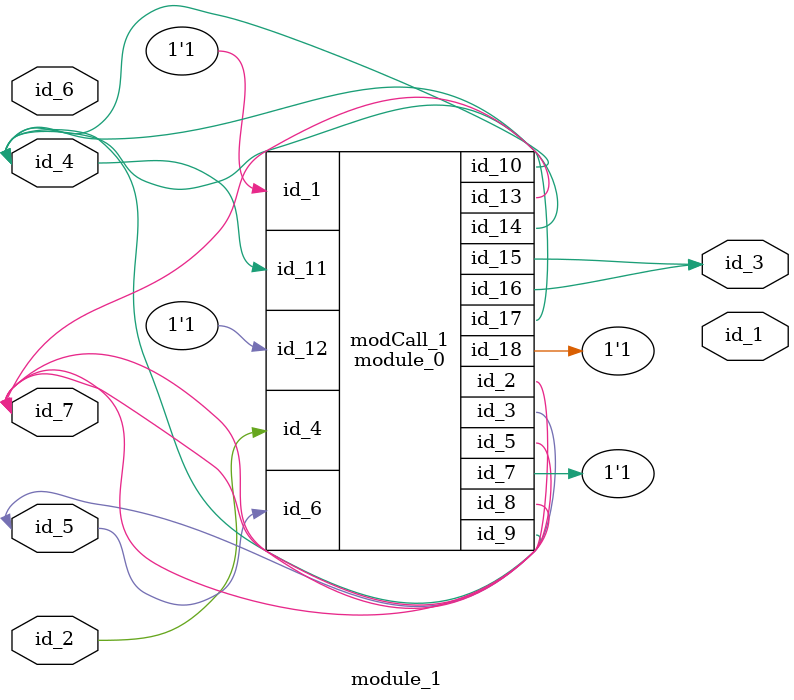
<source format=v>
module module_0 (
    id_1,
    id_2,
    id_3,
    id_4,
    id_5,
    id_6,
    id_7,
    id_8,
    id_9,
    id_10,
    id_11,
    id_12,
    id_13,
    id_14,
    id_15,
    id_16,
    id_17,
    id_18
);
  inout wire id_18;
  inout wire id_17;
  output wire id_16;
  output wire id_15;
  inout wire id_14;
  inout wire id_13;
  input wire id_12;
  input wire id_11;
  inout wire id_10;
  inout wire id_9;
  output wire id_8;
  inout wire id_7;
  input wire id_6;
  inout wire id_5;
  input wire id_4;
  output wire id_3;
  inout wire id_2;
  input wire id_1;
  wire id_19, id_20;
endmodule
module module_1 (
    id_1,
    id_2,
    id_3,
    id_4,
    id_5,
    id_6,
    id_7
);
  inout wire id_7;
  input wire id_6;
  inout wire id_5;
  inout wire id_4;
  output wire id_3;
  input wire id_2;
  output wire id_1;
  parameter id_8 = 1;
  module_0 modCall_1 (
      id_8,
      id_7,
      id_5,
      id_2,
      id_7,
      id_5,
      id_8,
      id_7,
      id_4,
      id_4,
      id_4,
      id_8,
      id_7,
      id_4,
      id_3,
      id_3,
      id_4,
      id_8
  );
  wire id_9;
endmodule

</source>
